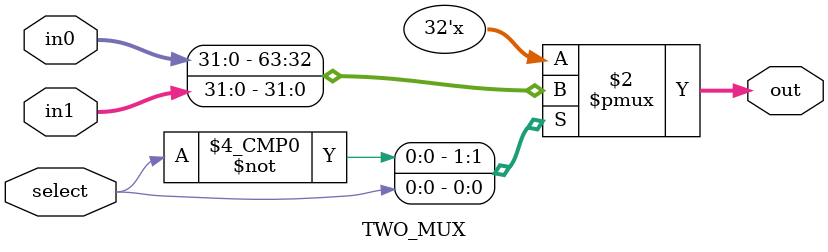
<source format=v>
`timescale 1ns / 1ps

module TWO_MUX(in0, in1, select, out);
    input [31:0] in0, in1;
    input select;
    output reg [31:0] out;
    
    always@(*) begin
        case(select)
            1'b0:out = in0;
            1'b1:out = in1;
            default: out = 0;
        endcase
    end
    
endmodule

</source>
